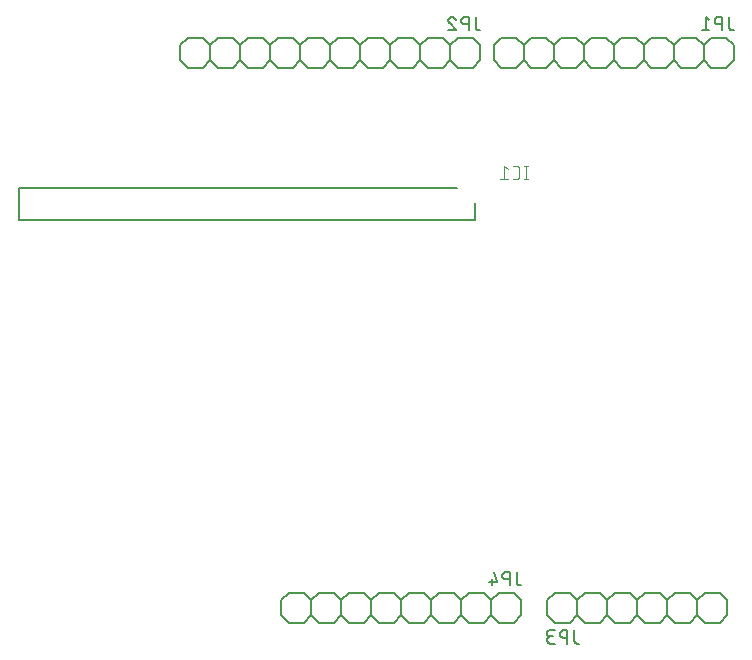
<source format=gbo>
G04 EAGLE Gerber RS-274X export*
G75*
%MOMM*%
%FSLAX34Y34*%
%LPD*%
%INSilkscreen Bottom*%
%IPPOS*%
%AMOC8*
5,1,8,0,0,1.08239X$1,22.5*%
G01*
%ADD10C,0.152400*%
%ADD11C,0.127000*%
%ADD12C,0.200000*%
%ADD13C,0.101600*%


D10*
X492850Y512700D02*
X480150Y512700D01*
X473800Y506350D01*
X473800Y493650D01*
X480150Y487300D01*
X518250Y512700D02*
X524600Y506350D01*
X518250Y512700D02*
X505550Y512700D01*
X499200Y506350D01*
X499200Y493650D01*
X505550Y487300D01*
X518250Y487300D01*
X524600Y493650D01*
X499200Y506350D02*
X492850Y512700D01*
X499200Y493650D02*
X492850Y487300D01*
X480150Y487300D01*
X556350Y512700D02*
X569050Y512700D01*
X556350Y512700D02*
X550000Y506350D01*
X550000Y493650D01*
X556350Y487300D01*
X550000Y506350D02*
X543650Y512700D01*
X530950Y512700D01*
X524600Y506350D01*
X524600Y493650D01*
X530950Y487300D01*
X543650Y487300D01*
X550000Y493650D01*
X594450Y512700D02*
X600800Y506350D01*
X594450Y512700D02*
X581750Y512700D01*
X575400Y506350D01*
X575400Y493650D01*
X581750Y487300D01*
X594450Y487300D01*
X600800Y493650D01*
X575400Y506350D02*
X569050Y512700D01*
X575400Y493650D02*
X569050Y487300D01*
X556350Y487300D01*
X632550Y512700D02*
X645250Y512700D01*
X632550Y512700D02*
X626200Y506350D01*
X626200Y493650D01*
X632550Y487300D01*
X626200Y506350D02*
X619850Y512700D01*
X607150Y512700D01*
X600800Y506350D01*
X600800Y493650D01*
X607150Y487300D01*
X619850Y487300D01*
X626200Y493650D01*
X651600Y493650D02*
X651600Y506350D01*
X645250Y512700D01*
X651600Y493650D02*
X645250Y487300D01*
X632550Y487300D01*
X467450Y512700D02*
X454750Y512700D01*
X448400Y506350D01*
X448400Y493650D01*
X454750Y487300D01*
X473800Y506350D02*
X467450Y512700D01*
X473800Y493650D02*
X467450Y487300D01*
X454750Y487300D01*
D11*
X647917Y521463D02*
X647917Y530353D01*
X647917Y521463D02*
X647919Y521363D01*
X647925Y521264D01*
X647935Y521164D01*
X647948Y521066D01*
X647966Y520967D01*
X647987Y520870D01*
X648012Y520774D01*
X648041Y520678D01*
X648074Y520584D01*
X648110Y520491D01*
X648150Y520400D01*
X648194Y520310D01*
X648241Y520222D01*
X648291Y520136D01*
X648345Y520052D01*
X648402Y519970D01*
X648462Y519891D01*
X648526Y519813D01*
X648592Y519739D01*
X648661Y519667D01*
X648733Y519598D01*
X648807Y519532D01*
X648885Y519468D01*
X648964Y519408D01*
X649046Y519351D01*
X649130Y519297D01*
X649216Y519247D01*
X649304Y519200D01*
X649394Y519156D01*
X649485Y519116D01*
X649578Y519080D01*
X649672Y519047D01*
X649768Y519018D01*
X649864Y518993D01*
X649961Y518972D01*
X650060Y518954D01*
X650158Y518941D01*
X650258Y518931D01*
X650357Y518925D01*
X650457Y518923D01*
X651727Y518923D01*
X641937Y518923D02*
X641937Y530353D01*
X638762Y530353D01*
X638651Y530351D01*
X638541Y530345D01*
X638430Y530336D01*
X638320Y530322D01*
X638211Y530305D01*
X638102Y530284D01*
X637994Y530259D01*
X637887Y530230D01*
X637781Y530198D01*
X637676Y530162D01*
X637573Y530122D01*
X637471Y530079D01*
X637370Y530032D01*
X637271Y529981D01*
X637175Y529928D01*
X637080Y529871D01*
X636987Y529810D01*
X636896Y529747D01*
X636807Y529680D01*
X636721Y529610D01*
X636638Y529537D01*
X636556Y529462D01*
X636478Y529384D01*
X636403Y529302D01*
X636330Y529219D01*
X636260Y529133D01*
X636193Y529044D01*
X636130Y528953D01*
X636069Y528860D01*
X636012Y528766D01*
X635959Y528669D01*
X635908Y528570D01*
X635861Y528469D01*
X635818Y528367D01*
X635778Y528264D01*
X635742Y528159D01*
X635710Y528053D01*
X635681Y527946D01*
X635656Y527838D01*
X635635Y527729D01*
X635618Y527620D01*
X635604Y527510D01*
X635595Y527399D01*
X635589Y527289D01*
X635587Y527178D01*
X635589Y527067D01*
X635595Y526957D01*
X635604Y526846D01*
X635618Y526736D01*
X635635Y526627D01*
X635656Y526518D01*
X635681Y526410D01*
X635710Y526303D01*
X635742Y526197D01*
X635778Y526092D01*
X635818Y525989D01*
X635861Y525887D01*
X635908Y525786D01*
X635959Y525687D01*
X636012Y525591D01*
X636069Y525496D01*
X636130Y525403D01*
X636193Y525312D01*
X636260Y525223D01*
X636330Y525137D01*
X636403Y525054D01*
X636478Y524972D01*
X636556Y524894D01*
X636638Y524819D01*
X636721Y524746D01*
X636807Y524676D01*
X636896Y524609D01*
X636987Y524546D01*
X637080Y524485D01*
X637175Y524428D01*
X637271Y524375D01*
X637370Y524324D01*
X637471Y524277D01*
X637573Y524234D01*
X637676Y524194D01*
X637781Y524158D01*
X637887Y524126D01*
X637994Y524097D01*
X638102Y524072D01*
X638211Y524051D01*
X638320Y524034D01*
X638430Y524020D01*
X638541Y524011D01*
X638651Y524005D01*
X638762Y524003D01*
X641937Y524003D01*
X631078Y527813D02*
X627903Y530353D01*
X627903Y518923D01*
X631078Y518923D02*
X624728Y518923D01*
D10*
X233800Y506350D02*
X227450Y512700D01*
X214750Y512700D01*
X208400Y506350D01*
X208400Y493650D01*
X214750Y487300D01*
X227450Y487300D01*
X233800Y493650D01*
X265550Y512700D02*
X278250Y512700D01*
X265550Y512700D02*
X259200Y506350D01*
X259200Y493650D01*
X265550Y487300D01*
X259200Y506350D02*
X252850Y512700D01*
X240150Y512700D01*
X233800Y506350D01*
X233800Y493650D01*
X240150Y487300D01*
X252850Y487300D01*
X259200Y493650D01*
X303650Y512700D02*
X310000Y506350D01*
X303650Y512700D02*
X290950Y512700D01*
X284600Y506350D01*
X284600Y493650D01*
X290950Y487300D01*
X303650Y487300D01*
X310000Y493650D01*
X284600Y506350D02*
X278250Y512700D01*
X284600Y493650D02*
X278250Y487300D01*
X265550Y487300D01*
X341750Y512700D02*
X354450Y512700D01*
X341750Y512700D02*
X335400Y506350D01*
X335400Y493650D01*
X341750Y487300D01*
X335400Y506350D02*
X329050Y512700D01*
X316350Y512700D01*
X310000Y506350D01*
X310000Y493650D01*
X316350Y487300D01*
X329050Y487300D01*
X335400Y493650D01*
X379850Y512700D02*
X386200Y506350D01*
X379850Y512700D02*
X367150Y512700D01*
X360800Y506350D01*
X360800Y493650D01*
X367150Y487300D01*
X379850Y487300D01*
X386200Y493650D01*
X360800Y506350D02*
X354450Y512700D01*
X360800Y493650D02*
X354450Y487300D01*
X341750Y487300D01*
X417950Y512700D02*
X430650Y512700D01*
X417950Y512700D02*
X411600Y506350D01*
X411600Y493650D01*
X417950Y487300D01*
X411600Y506350D02*
X405250Y512700D01*
X392550Y512700D01*
X386200Y506350D01*
X386200Y493650D01*
X392550Y487300D01*
X405250Y487300D01*
X411600Y493650D01*
X437000Y493650D02*
X437000Y506350D01*
X430650Y512700D01*
X437000Y493650D02*
X430650Y487300D01*
X417950Y487300D01*
X202050Y512700D02*
X189350Y512700D01*
X183000Y506350D01*
X183000Y493650D01*
X189350Y487300D01*
X208400Y506350D02*
X202050Y512700D01*
X208400Y493650D02*
X202050Y487300D01*
X189350Y487300D01*
D11*
X433317Y521463D02*
X433317Y530353D01*
X433317Y521463D02*
X433319Y521363D01*
X433325Y521264D01*
X433335Y521164D01*
X433348Y521066D01*
X433366Y520967D01*
X433387Y520870D01*
X433412Y520774D01*
X433441Y520678D01*
X433474Y520584D01*
X433510Y520491D01*
X433550Y520400D01*
X433594Y520310D01*
X433641Y520222D01*
X433691Y520136D01*
X433745Y520052D01*
X433802Y519970D01*
X433862Y519891D01*
X433926Y519813D01*
X433992Y519739D01*
X434061Y519667D01*
X434133Y519598D01*
X434207Y519532D01*
X434285Y519468D01*
X434364Y519408D01*
X434446Y519351D01*
X434530Y519297D01*
X434616Y519247D01*
X434704Y519200D01*
X434794Y519156D01*
X434885Y519116D01*
X434978Y519080D01*
X435072Y519047D01*
X435168Y519018D01*
X435264Y518993D01*
X435361Y518972D01*
X435460Y518954D01*
X435558Y518941D01*
X435658Y518931D01*
X435757Y518925D01*
X435857Y518923D01*
X437127Y518923D01*
X427337Y518923D02*
X427337Y530353D01*
X424162Y530353D01*
X424051Y530351D01*
X423941Y530345D01*
X423830Y530336D01*
X423720Y530322D01*
X423611Y530305D01*
X423502Y530284D01*
X423394Y530259D01*
X423287Y530230D01*
X423181Y530198D01*
X423076Y530162D01*
X422973Y530122D01*
X422871Y530079D01*
X422770Y530032D01*
X422671Y529981D01*
X422575Y529928D01*
X422480Y529871D01*
X422387Y529810D01*
X422296Y529747D01*
X422207Y529680D01*
X422121Y529610D01*
X422038Y529537D01*
X421956Y529462D01*
X421878Y529384D01*
X421803Y529302D01*
X421730Y529219D01*
X421660Y529133D01*
X421593Y529044D01*
X421530Y528953D01*
X421469Y528860D01*
X421412Y528766D01*
X421359Y528669D01*
X421308Y528570D01*
X421261Y528469D01*
X421218Y528367D01*
X421178Y528264D01*
X421142Y528159D01*
X421110Y528053D01*
X421081Y527946D01*
X421056Y527838D01*
X421035Y527729D01*
X421018Y527620D01*
X421004Y527510D01*
X420995Y527399D01*
X420989Y527289D01*
X420987Y527178D01*
X420989Y527067D01*
X420995Y526957D01*
X421004Y526846D01*
X421018Y526736D01*
X421035Y526627D01*
X421056Y526518D01*
X421081Y526410D01*
X421110Y526303D01*
X421142Y526197D01*
X421178Y526092D01*
X421218Y525989D01*
X421261Y525887D01*
X421308Y525786D01*
X421359Y525687D01*
X421412Y525591D01*
X421469Y525496D01*
X421530Y525403D01*
X421593Y525312D01*
X421660Y525223D01*
X421730Y525137D01*
X421803Y525054D01*
X421878Y524972D01*
X421956Y524894D01*
X422038Y524819D01*
X422121Y524746D01*
X422207Y524676D01*
X422296Y524609D01*
X422387Y524546D01*
X422480Y524485D01*
X422575Y524428D01*
X422671Y524375D01*
X422770Y524324D01*
X422871Y524277D01*
X422973Y524234D01*
X423076Y524194D01*
X423181Y524158D01*
X423287Y524126D01*
X423394Y524097D01*
X423502Y524072D01*
X423611Y524051D01*
X423720Y524034D01*
X423830Y524020D01*
X423941Y524011D01*
X424051Y524005D01*
X424162Y524003D01*
X427337Y524003D01*
X412986Y530354D02*
X412882Y530352D01*
X412777Y530346D01*
X412673Y530337D01*
X412570Y530324D01*
X412467Y530306D01*
X412365Y530286D01*
X412263Y530261D01*
X412163Y530233D01*
X412063Y530201D01*
X411965Y530165D01*
X411868Y530126D01*
X411773Y530084D01*
X411679Y530038D01*
X411587Y529988D01*
X411497Y529936D01*
X411409Y529880D01*
X411323Y529820D01*
X411239Y529758D01*
X411158Y529693D01*
X411079Y529625D01*
X411002Y529553D01*
X410929Y529480D01*
X410857Y529403D01*
X410789Y529324D01*
X410724Y529243D01*
X410662Y529159D01*
X410602Y529073D01*
X410546Y528985D01*
X410494Y528895D01*
X410444Y528803D01*
X410398Y528709D01*
X410356Y528614D01*
X410317Y528517D01*
X410281Y528419D01*
X410249Y528319D01*
X410221Y528219D01*
X410196Y528117D01*
X410176Y528015D01*
X410158Y527912D01*
X410145Y527809D01*
X410136Y527705D01*
X410130Y527600D01*
X410128Y527496D01*
X412986Y530353D02*
X413104Y530351D01*
X413223Y530345D01*
X413341Y530336D01*
X413458Y530323D01*
X413575Y530305D01*
X413692Y530285D01*
X413808Y530260D01*
X413923Y530232D01*
X414036Y530199D01*
X414149Y530164D01*
X414261Y530124D01*
X414371Y530082D01*
X414480Y530035D01*
X414588Y529985D01*
X414693Y529932D01*
X414797Y529875D01*
X414899Y529815D01*
X414999Y529752D01*
X415097Y529685D01*
X415193Y529616D01*
X415286Y529543D01*
X415377Y529467D01*
X415466Y529389D01*
X415552Y529307D01*
X415635Y529223D01*
X415716Y529137D01*
X415793Y529047D01*
X415868Y528956D01*
X415940Y528862D01*
X416009Y528765D01*
X416074Y528667D01*
X416137Y528566D01*
X416196Y528463D01*
X416252Y528359D01*
X416304Y528253D01*
X416353Y528145D01*
X416398Y528036D01*
X416440Y527925D01*
X416478Y527813D01*
X411080Y525274D02*
X411004Y525349D01*
X410929Y525428D01*
X410858Y525509D01*
X410789Y525593D01*
X410724Y525679D01*
X410662Y525767D01*
X410602Y525857D01*
X410546Y525949D01*
X410493Y526044D01*
X410444Y526140D01*
X410398Y526238D01*
X410355Y526337D01*
X410316Y526438D01*
X410281Y526540D01*
X410249Y526643D01*
X410221Y526747D01*
X410196Y526852D01*
X410175Y526959D01*
X410158Y527065D01*
X410145Y527172D01*
X410136Y527280D01*
X410130Y527388D01*
X410128Y527496D01*
X411081Y525273D02*
X416478Y518923D01*
X410128Y518923D01*
D10*
X576350Y17300D02*
X589050Y17300D01*
X595400Y23650D01*
X595400Y36350D01*
X589050Y42700D01*
X595400Y23650D02*
X601750Y17300D01*
X614450Y17300D01*
X620800Y23650D01*
X620800Y36350D01*
X614450Y42700D01*
X601750Y42700D01*
X595400Y36350D01*
X550950Y17300D02*
X544600Y23650D01*
X550950Y17300D02*
X563650Y17300D01*
X570000Y23650D01*
X570000Y36350D01*
X563650Y42700D01*
X550950Y42700D01*
X544600Y36350D01*
X570000Y23650D02*
X576350Y17300D01*
X570000Y36350D02*
X576350Y42700D01*
X589050Y42700D01*
X512850Y17300D02*
X500150Y17300D01*
X512850Y17300D02*
X519200Y23650D01*
X519200Y36350D01*
X512850Y42700D01*
X519200Y23650D02*
X525550Y17300D01*
X538250Y17300D01*
X544600Y23650D01*
X544600Y36350D01*
X538250Y42700D01*
X525550Y42700D01*
X519200Y36350D01*
X493800Y36350D02*
X493800Y23650D01*
X500150Y17300D01*
X493800Y36350D02*
X500150Y42700D01*
X512850Y42700D01*
X627150Y17300D02*
X639850Y17300D01*
X646200Y23650D01*
X646200Y36350D01*
X639850Y42700D01*
X620800Y23650D02*
X627150Y17300D01*
X620800Y36350D02*
X627150Y42700D01*
X639850Y42700D01*
D11*
X516862Y11077D02*
X516862Y2187D01*
X516864Y2087D01*
X516870Y1988D01*
X516880Y1888D01*
X516893Y1790D01*
X516911Y1691D01*
X516932Y1594D01*
X516957Y1498D01*
X516986Y1402D01*
X517019Y1308D01*
X517055Y1215D01*
X517095Y1124D01*
X517139Y1034D01*
X517186Y946D01*
X517236Y860D01*
X517290Y776D01*
X517347Y694D01*
X517407Y615D01*
X517471Y537D01*
X517537Y463D01*
X517606Y391D01*
X517678Y322D01*
X517752Y256D01*
X517830Y192D01*
X517909Y132D01*
X517991Y75D01*
X518075Y21D01*
X518161Y-29D01*
X518249Y-76D01*
X518339Y-120D01*
X518430Y-160D01*
X518523Y-196D01*
X518617Y-229D01*
X518713Y-258D01*
X518809Y-283D01*
X518906Y-304D01*
X519005Y-322D01*
X519103Y-335D01*
X519203Y-345D01*
X519302Y-351D01*
X519402Y-353D01*
X520672Y-353D01*
X510882Y-353D02*
X510882Y11077D01*
X507707Y11077D01*
X507596Y11075D01*
X507486Y11069D01*
X507375Y11060D01*
X507265Y11046D01*
X507156Y11029D01*
X507047Y11008D01*
X506939Y10983D01*
X506832Y10954D01*
X506726Y10922D01*
X506621Y10886D01*
X506518Y10846D01*
X506416Y10803D01*
X506315Y10756D01*
X506216Y10705D01*
X506120Y10652D01*
X506025Y10595D01*
X505932Y10534D01*
X505841Y10471D01*
X505752Y10404D01*
X505666Y10334D01*
X505583Y10261D01*
X505501Y10186D01*
X505423Y10108D01*
X505348Y10026D01*
X505275Y9943D01*
X505205Y9857D01*
X505138Y9768D01*
X505075Y9677D01*
X505014Y9584D01*
X504957Y9489D01*
X504904Y9393D01*
X504853Y9294D01*
X504806Y9193D01*
X504763Y9091D01*
X504723Y8988D01*
X504687Y8883D01*
X504655Y8777D01*
X504626Y8670D01*
X504601Y8562D01*
X504580Y8453D01*
X504563Y8344D01*
X504549Y8234D01*
X504540Y8123D01*
X504534Y8013D01*
X504532Y7902D01*
X504534Y7791D01*
X504540Y7681D01*
X504549Y7570D01*
X504563Y7460D01*
X504580Y7351D01*
X504601Y7242D01*
X504626Y7134D01*
X504655Y7027D01*
X504687Y6921D01*
X504723Y6816D01*
X504763Y6713D01*
X504806Y6611D01*
X504853Y6510D01*
X504904Y6411D01*
X504957Y6314D01*
X505014Y6220D01*
X505075Y6127D01*
X505138Y6036D01*
X505205Y5947D01*
X505275Y5861D01*
X505348Y5778D01*
X505423Y5696D01*
X505501Y5618D01*
X505583Y5543D01*
X505666Y5470D01*
X505752Y5400D01*
X505841Y5333D01*
X505932Y5270D01*
X506025Y5209D01*
X506120Y5152D01*
X506216Y5099D01*
X506315Y5048D01*
X506416Y5001D01*
X506518Y4958D01*
X506621Y4918D01*
X506726Y4882D01*
X506832Y4850D01*
X506939Y4821D01*
X507047Y4796D01*
X507156Y4775D01*
X507265Y4758D01*
X507375Y4744D01*
X507486Y4735D01*
X507596Y4729D01*
X507707Y4727D01*
X510882Y4727D01*
X500023Y-353D02*
X496848Y-353D01*
X496737Y-351D01*
X496627Y-345D01*
X496516Y-336D01*
X496406Y-322D01*
X496297Y-305D01*
X496188Y-284D01*
X496080Y-259D01*
X495973Y-230D01*
X495867Y-198D01*
X495762Y-162D01*
X495659Y-122D01*
X495557Y-79D01*
X495456Y-32D01*
X495357Y19D01*
X495261Y72D01*
X495166Y129D01*
X495073Y190D01*
X494982Y253D01*
X494893Y320D01*
X494807Y390D01*
X494724Y463D01*
X494642Y538D01*
X494564Y616D01*
X494489Y698D01*
X494416Y781D01*
X494346Y867D01*
X494279Y956D01*
X494216Y1047D01*
X494155Y1140D01*
X494098Y1234D01*
X494045Y1331D01*
X493994Y1430D01*
X493947Y1531D01*
X493904Y1633D01*
X493864Y1736D01*
X493828Y1841D01*
X493796Y1947D01*
X493767Y2054D01*
X493742Y2162D01*
X493721Y2271D01*
X493704Y2380D01*
X493690Y2490D01*
X493681Y2601D01*
X493675Y2711D01*
X493673Y2822D01*
X493675Y2933D01*
X493681Y3043D01*
X493690Y3154D01*
X493704Y3264D01*
X493721Y3373D01*
X493742Y3482D01*
X493767Y3590D01*
X493796Y3697D01*
X493828Y3803D01*
X493864Y3908D01*
X493904Y4011D01*
X493947Y4113D01*
X493994Y4214D01*
X494045Y4313D01*
X494098Y4409D01*
X494155Y4504D01*
X494216Y4597D01*
X494279Y4688D01*
X494346Y4777D01*
X494416Y4863D01*
X494489Y4946D01*
X494564Y5028D01*
X494642Y5106D01*
X494724Y5181D01*
X494807Y5254D01*
X494893Y5324D01*
X494982Y5391D01*
X495073Y5454D01*
X495166Y5515D01*
X495261Y5572D01*
X495357Y5625D01*
X495456Y5676D01*
X495557Y5723D01*
X495659Y5766D01*
X495762Y5806D01*
X495867Y5842D01*
X495973Y5874D01*
X496080Y5903D01*
X496188Y5928D01*
X496297Y5949D01*
X496406Y5966D01*
X496516Y5980D01*
X496627Y5989D01*
X496737Y5995D01*
X496848Y5997D01*
X496213Y11077D02*
X500023Y11077D01*
X496213Y11077D02*
X496113Y11075D01*
X496014Y11069D01*
X495914Y11059D01*
X495816Y11046D01*
X495717Y11028D01*
X495620Y11007D01*
X495524Y10982D01*
X495428Y10953D01*
X495334Y10920D01*
X495241Y10884D01*
X495150Y10844D01*
X495060Y10800D01*
X494972Y10753D01*
X494886Y10703D01*
X494802Y10649D01*
X494720Y10592D01*
X494641Y10532D01*
X494563Y10468D01*
X494489Y10402D01*
X494417Y10333D01*
X494348Y10261D01*
X494282Y10187D01*
X494218Y10109D01*
X494158Y10030D01*
X494101Y9948D01*
X494047Y9864D01*
X493997Y9778D01*
X493950Y9690D01*
X493906Y9600D01*
X493866Y9509D01*
X493830Y9416D01*
X493797Y9322D01*
X493768Y9226D01*
X493743Y9130D01*
X493722Y9033D01*
X493704Y8934D01*
X493691Y8836D01*
X493681Y8736D01*
X493675Y8637D01*
X493673Y8537D01*
X493675Y8437D01*
X493681Y8338D01*
X493691Y8238D01*
X493704Y8140D01*
X493722Y8041D01*
X493743Y7944D01*
X493768Y7848D01*
X493797Y7752D01*
X493830Y7658D01*
X493866Y7565D01*
X493906Y7474D01*
X493950Y7384D01*
X493997Y7296D01*
X494047Y7210D01*
X494101Y7126D01*
X494158Y7044D01*
X494218Y6965D01*
X494282Y6887D01*
X494348Y6813D01*
X494417Y6741D01*
X494489Y6672D01*
X494563Y6606D01*
X494641Y6542D01*
X494720Y6482D01*
X494802Y6425D01*
X494886Y6371D01*
X494972Y6321D01*
X495060Y6274D01*
X495150Y6230D01*
X495241Y6190D01*
X495334Y6154D01*
X495428Y6121D01*
X495524Y6092D01*
X495620Y6067D01*
X495717Y6046D01*
X495816Y6028D01*
X495914Y6015D01*
X496014Y6005D01*
X496113Y5999D01*
X496213Y5997D01*
X498753Y5997D01*
D10*
X312850Y42700D02*
X300150Y42700D01*
X293800Y36350D01*
X293800Y23650D01*
X300150Y17300D01*
X338250Y42700D02*
X344600Y36350D01*
X338250Y42700D02*
X325550Y42700D01*
X319200Y36350D01*
X319200Y23650D01*
X325550Y17300D01*
X338250Y17300D01*
X344600Y23650D01*
X319200Y36350D02*
X312850Y42700D01*
X319200Y23650D02*
X312850Y17300D01*
X300150Y17300D01*
X376350Y42700D02*
X389050Y42700D01*
X376350Y42700D02*
X370000Y36350D01*
X370000Y23650D01*
X376350Y17300D01*
X370000Y36350D02*
X363650Y42700D01*
X350950Y42700D01*
X344600Y36350D01*
X344600Y23650D01*
X350950Y17300D01*
X363650Y17300D01*
X370000Y23650D01*
X414450Y42700D02*
X420800Y36350D01*
X414450Y42700D02*
X401750Y42700D01*
X395400Y36350D01*
X395400Y23650D01*
X401750Y17300D01*
X414450Y17300D01*
X420800Y23650D01*
X395400Y36350D02*
X389050Y42700D01*
X395400Y23650D02*
X389050Y17300D01*
X376350Y17300D01*
X452550Y42700D02*
X465250Y42700D01*
X452550Y42700D02*
X446200Y36350D01*
X446200Y23650D01*
X452550Y17300D01*
X446200Y36350D02*
X439850Y42700D01*
X427150Y42700D01*
X420800Y36350D01*
X420800Y23650D01*
X427150Y17300D01*
X439850Y17300D01*
X446200Y23650D01*
X471600Y23650D02*
X471600Y36350D01*
X465250Y42700D01*
X471600Y23650D02*
X465250Y17300D01*
X452550Y17300D01*
X287450Y42700D02*
X274750Y42700D01*
X268400Y36350D01*
X268400Y23650D01*
X274750Y17300D01*
X293800Y36350D02*
X287450Y42700D01*
X293800Y23650D02*
X287450Y17300D01*
X274750Y17300D01*
D11*
X467917Y51463D02*
X467917Y60353D01*
X467917Y51463D02*
X467919Y51363D01*
X467925Y51264D01*
X467935Y51164D01*
X467948Y51066D01*
X467966Y50967D01*
X467987Y50870D01*
X468012Y50774D01*
X468041Y50678D01*
X468074Y50584D01*
X468110Y50491D01*
X468150Y50400D01*
X468194Y50310D01*
X468241Y50222D01*
X468291Y50136D01*
X468345Y50052D01*
X468402Y49970D01*
X468462Y49891D01*
X468526Y49813D01*
X468592Y49739D01*
X468661Y49667D01*
X468733Y49598D01*
X468807Y49532D01*
X468885Y49468D01*
X468964Y49408D01*
X469046Y49351D01*
X469130Y49297D01*
X469216Y49247D01*
X469304Y49200D01*
X469394Y49156D01*
X469485Y49116D01*
X469578Y49080D01*
X469672Y49047D01*
X469768Y49018D01*
X469864Y48993D01*
X469961Y48972D01*
X470060Y48954D01*
X470158Y48941D01*
X470258Y48931D01*
X470357Y48925D01*
X470457Y48923D01*
X471727Y48923D01*
X461937Y48923D02*
X461937Y60353D01*
X458762Y60353D01*
X458651Y60351D01*
X458541Y60345D01*
X458430Y60336D01*
X458320Y60322D01*
X458211Y60305D01*
X458102Y60284D01*
X457994Y60259D01*
X457887Y60230D01*
X457781Y60198D01*
X457676Y60162D01*
X457573Y60122D01*
X457471Y60079D01*
X457370Y60032D01*
X457271Y59981D01*
X457175Y59928D01*
X457080Y59871D01*
X456987Y59810D01*
X456896Y59747D01*
X456807Y59680D01*
X456721Y59610D01*
X456638Y59537D01*
X456556Y59462D01*
X456478Y59384D01*
X456403Y59302D01*
X456330Y59219D01*
X456260Y59133D01*
X456193Y59044D01*
X456130Y58953D01*
X456069Y58860D01*
X456012Y58765D01*
X455959Y58669D01*
X455908Y58570D01*
X455861Y58469D01*
X455818Y58367D01*
X455778Y58264D01*
X455742Y58159D01*
X455710Y58053D01*
X455681Y57946D01*
X455656Y57838D01*
X455635Y57729D01*
X455618Y57620D01*
X455604Y57510D01*
X455595Y57399D01*
X455589Y57289D01*
X455587Y57178D01*
X455589Y57067D01*
X455595Y56957D01*
X455604Y56846D01*
X455618Y56736D01*
X455635Y56627D01*
X455656Y56518D01*
X455681Y56410D01*
X455710Y56303D01*
X455742Y56197D01*
X455778Y56092D01*
X455818Y55989D01*
X455861Y55887D01*
X455908Y55786D01*
X455959Y55687D01*
X456012Y55590D01*
X456069Y55496D01*
X456130Y55403D01*
X456193Y55312D01*
X456260Y55223D01*
X456330Y55137D01*
X456403Y55054D01*
X456478Y54972D01*
X456556Y54894D01*
X456638Y54819D01*
X456721Y54746D01*
X456807Y54676D01*
X456896Y54609D01*
X456987Y54546D01*
X457080Y54485D01*
X457175Y54428D01*
X457271Y54375D01*
X457370Y54324D01*
X457471Y54277D01*
X457573Y54234D01*
X457676Y54194D01*
X457781Y54158D01*
X457887Y54126D01*
X457994Y54097D01*
X458102Y54072D01*
X458211Y54051D01*
X458320Y54034D01*
X458430Y54020D01*
X458541Y54011D01*
X458651Y54005D01*
X458762Y54003D01*
X461937Y54003D01*
X451078Y51463D02*
X448538Y60353D01*
X451078Y51463D02*
X444728Y51463D01*
X446633Y54003D02*
X446633Y48923D01*
D12*
X417500Y385750D02*
X46650Y385750D01*
X46650Y358050D01*
X432750Y358050D01*
X432750Y372500D01*
D13*
X475808Y392658D02*
X475808Y404342D01*
X477106Y392658D02*
X474510Y392658D01*
X474510Y404342D02*
X477106Y404342D01*
X467346Y392658D02*
X464750Y392658D01*
X467346Y392658D02*
X467445Y392660D01*
X467545Y392666D01*
X467644Y392675D01*
X467742Y392688D01*
X467840Y392705D01*
X467938Y392726D01*
X468034Y392751D01*
X468129Y392779D01*
X468223Y392811D01*
X468316Y392846D01*
X468408Y392885D01*
X468498Y392928D01*
X468586Y392973D01*
X468673Y393023D01*
X468757Y393075D01*
X468840Y393131D01*
X468920Y393189D01*
X468998Y393251D01*
X469073Y393316D01*
X469146Y393384D01*
X469216Y393454D01*
X469284Y393527D01*
X469349Y393602D01*
X469411Y393680D01*
X469469Y393760D01*
X469525Y393843D01*
X469577Y393927D01*
X469627Y394014D01*
X469672Y394102D01*
X469715Y394192D01*
X469754Y394284D01*
X469789Y394377D01*
X469821Y394471D01*
X469849Y394566D01*
X469874Y394662D01*
X469895Y394760D01*
X469912Y394858D01*
X469925Y394956D01*
X469934Y395055D01*
X469940Y395155D01*
X469942Y395254D01*
X469943Y395254D02*
X469943Y401746D01*
X469942Y401746D02*
X469940Y401845D01*
X469934Y401945D01*
X469925Y402044D01*
X469912Y402142D01*
X469895Y402240D01*
X469874Y402338D01*
X469849Y402434D01*
X469821Y402529D01*
X469789Y402623D01*
X469754Y402716D01*
X469715Y402808D01*
X469672Y402898D01*
X469627Y402986D01*
X469577Y403073D01*
X469525Y403157D01*
X469469Y403240D01*
X469411Y403320D01*
X469349Y403398D01*
X469284Y403473D01*
X469216Y403546D01*
X469146Y403616D01*
X469073Y403684D01*
X468998Y403749D01*
X468920Y403811D01*
X468840Y403869D01*
X468757Y403925D01*
X468673Y403977D01*
X468586Y404027D01*
X468498Y404072D01*
X468408Y404115D01*
X468316Y404154D01*
X468223Y404189D01*
X468129Y404221D01*
X468034Y404249D01*
X467938Y404274D01*
X467840Y404295D01*
X467742Y404312D01*
X467644Y404325D01*
X467545Y404334D01*
X467445Y404340D01*
X467346Y404342D01*
X464750Y404342D01*
X460385Y401746D02*
X457139Y404342D01*
X457139Y392658D01*
X453894Y392658D02*
X460385Y392658D01*
M02*

</source>
